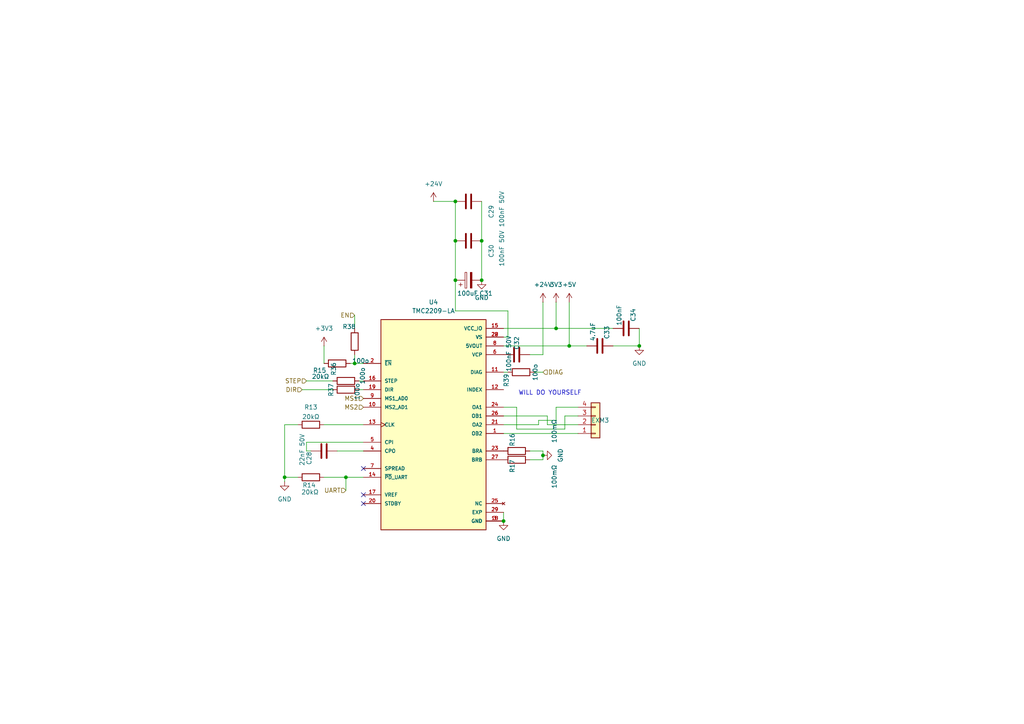
<source format=kicad_sch>
(kicad_sch (version 20250114) (generator "eeschema") (generator_version "9.0")
  (paper "A4")
  (lib_symbols
    (symbol "+3V3_1" (power) (pin_numbers (hide yes)) (pin_names (offset 0) (hide yes))
      (property "Value" "+3V3" (at 0 3.556 0))
      (symbol "+3V3_1_0_1"
        (polyline (pts (xy -0.762 1.27) (xy 0 2.54)))
        (polyline (pts (xy 0 2.54) (xy 0.762 1.27)))
        (polyline (pts (xy 0 0) (xy 0 2.54)))
      )
      (symbol "+3V3_1_1_1"
        (pin power_in line (at 0 0 90) (length 0) (name "~") (number "1"))
      )
    )
    (symbol "Connector_Generic:Conn_01x04" (pin_names (offset 1.016) (hide yes))
      (property "Reference" "J" (at 0 5.08 0))
      (property "Value" "Conn_01x04" (at 0 -7.62 0))
      (symbol "Conn_01x04_1_1"
        (rectangle (start -1.27 3.81) (end 1.27 -6.35) (stroke (width 0.254)) (fill (type background)))
        (rectangle (start -1.27 2.667) (end 0 2.413) (stroke (width 0.1524)))
        (rectangle (start -1.27 0.127) (end 0 -0.127) (stroke (width 0.1524)))
        (rectangle (start -1.27 -2.413) (end 0 -2.667) (stroke (width 0.1524)))
        (rectangle (start -1.27 -4.953) (end 0 -5.207) (stroke (width 0.1524)))
        (pin passive line (at -5.08 2.54 0) (length 3.81) (name "Pin_1") (number "1"))
        (pin passive line (at -5.08 0 0) (length 3.81) (name "Pin_2") (number "2"))
        (pin passive line (at -5.08 -2.54 0) (length 3.81) (name "Pin_3") (number "3"))
        (pin passive line (at -5.08 -5.08 0) (length 3.81) (name "Pin_4") (number "4"))
      )
    )
    (symbol "Device:C" (pin_numbers (hide yes)) (pin_names (offset 0.254))
      (property "Reference" "C" (at 0.635 2.54 0))
      (property "Value" "C" (at 0.635 -2.54 0))
      (symbol "C_0_1"
        (polyline (pts (xy -2.032 0.762) (xy 2.032 0.762)) (stroke (width 0.508)))
        (polyline (pts (xy -2.032 -0.762) (xy 2.032 -0.762)) (stroke (width 0.508)))
      )
      (symbol "C_1_1"
        (pin passive line (at 0 3.81 270) (length 2.794) (name "~") (number "1"))
        (pin passive line (at 0 -3.81 90) (length 2.794) (name "~") (number "2"))
      )
    )
    (symbol "Device:C_Polarized" (pin_numbers (hide yes)) (pin_names (offset 0.254))
      (property "Reference" "C" (at 0.635 2.54 0))
      (property "Value" "C_Polarized" (at 0.635 -2.54 0))
      (symbol "C_Polarized_0_1"
        (rectangle (start -2.286 0.508) (end 2.286 1.016))
        (polyline (pts (xy -1.778 2.286) (xy -0.762 2.286)))
        (polyline (pts (xy -1.27 2.794) (xy -1.27 1.778)))
        (rectangle (start 2.286 -0.508) (end -2.286 -1.016) (fill (type outline)))
      )
      (symbol "C_Polarized_1_1"
        (pin passive line (at 0 3.81 270) (length 2.794) (name "~") (number "1"))
        (pin passive line (at 0 -3.81 90) (length 2.794) (name "~") (number "2"))
      )
    )
    (symbol "Device:R" (pin_numbers (hide yes)) (pin_names (offset 0))
      (property "Reference" "R" (at 2.032 0 90))
      (property "Value" "R" (at 0 0 90))
      (symbol "R_0_1"
        (rectangle (start -1.016 -2.54) (end 1.016 2.54) (stroke (width 0.254)))
      )
      (symbol "R_1_1"
        (pin passive line (at 0 3.81 270) (length 1.27) (name "~") (number "1"))
        (pin passive line (at 0 -3.81 90) (length 1.27) (name "~") (number "2"))
      )
    )
    (symbol "GND_2" (power) (pin_numbers (hide yes)) (pin_names (offset 0) (hide yes))
      (property "Value" "GND" (at 0 -3.81 0))
      (symbol "GND_2_0_1"
        (polyline (pts (xy 0 0) (xy 0 -1.27) (xy 1.27 -1.27) (xy 0 -2.54) (xy -1.27 -1.27) (xy 0 -1.27)))
      )
      (symbol "GND_2_1_1"
        (pin power_in line (at 0 0 270) (length 0) (name "~") (number "1"))
      )
    )
    (symbol "GND_4" (power) (pin_numbers (hide yes)) (pin_names (offset 0) (hide yes))
      (property "Value" "GND" (at 0 -3.81 0))
      (symbol "GND_4_0_1"
        (polyline (pts (xy 0 0) (xy 0 -1.27) (xy 1.27 -1.27) (xy 0 -2.54) (xy -1.27 -1.27) (xy 0 -1.27)))
      )
      (symbol "GND_4_1_1"
        (pin power_in line (at 0 0 270) (length 0) (name "~") (number "1"))
      )
    )
    (symbol "GND_5" (power) (pin_numbers (hide yes)) (pin_names (offset 0) (hide yes))
      (property "Value" "GND" (at 0 -3.81 0))
      (symbol "GND_5_0_1"
        (polyline (pts (xy 0 0) (xy 0 -1.27) (xy 1.27 -1.27) (xy 0 -2.54) (xy -1.27 -1.27) (xy 0 -1.27)))
      )
      (symbol "GND_5_1_1"
        (pin power_in line (at 0 0 270) (length 0) (name "~") (number "1"))
      )
    )
    (symbol "GND_6" (power) (pin_numbers (hide yes)) (pin_names (offset 0) (hide yes))
      (property "Value" "GND" (at 0 -3.81 0))
      (symbol "GND_6_0_1"
        (polyline (pts (xy 0 0) (xy 0 -1.27) (xy 1.27 -1.27) (xy 0 -2.54) (xy -1.27 -1.27) (xy 0 -1.27)))
      )
      (symbol "GND_6_1_1"
        (pin power_in line (at 0 0 270) (length 0) (name "~") (number "1"))
      )
    )
    (symbol "GND_7" (power) (pin_numbers (hide yes)) (pin_names (offset 0) (hide yes))
      (property "Value" "GND" (at 0 -3.81 0))
      (symbol "GND_7_0_1"
        (polyline (pts (xy 0 0) (xy 0 -1.27) (xy 1.27 -1.27) (xy 0 -2.54) (xy -1.27 -1.27) (xy 0 -1.27)))
      )
      (symbol "GND_7_1_1"
        (pin power_in line (at 0 0 270) (length 0) (name "~") (number "1"))
      )
    )
    (symbol "TMC2209-LA:TMC2209-LA" (pin_names (offset 1.016))
      (property "Reference" "U" (at -15.24 30.48 0))
      (property "Value" "TMC2209-LA" (at -15.24 -33.02 0))
      (symbol "TMC2209-LA_0_0"
        (rectangle (start -15.24 -30.48) (end 15.24 30.48) (stroke (width 0.254)) (fill (type background)))
        (pin input line (at -20.32 17.78 0) (length 5.08) (name "~{EN}") (number "2"))
        (pin input line (at -20.32 12.7 0) (length 5.08) (name "STEP") (number "16"))
        (pin input line (at -20.32 10.16 0) (length 5.08) (name "DIR") (number "19"))
        (pin input line (at -20.32 7.62 0) (length 5.08) (name "MS1_AD0") (number "9"))
        (pin input line (at -20.32 5.08 0) (length 5.08) (name "MS2_AD1") (number "10"))
        (pin input clock (at -20.32 0 0) (length 5.08) (name "CLK") (number "13"))
        (pin input line (at -20.32 -5.08 0) (length 5.08) (name "CPI") (number "5"))
        (pin output line (at -20.32 -7.62 0) (length 5.08) (name "CPO") (number "4"))
        (pin input line (at -20.32 -12.7 0) (length 5.08) (name "SPREAD") (number "7"))
        (pin bidirectional line (at -20.32 -15.24 0) (length 5.08) (name "~{PD}_UART") (number "14"))
        (pin input line (at -20.32 -20.32 0) (length 5.08) (name "VREF") (number "17"))
        (pin input line (at -20.32 -22.86 0) (length 5.08) (name "STDBY") (number "20"))
        (pin power_in line (at 20.32 27.94 180) (length 5.08) (name "VCC_IO") (number "15"))
        (pin power_in line (at 20.32 25.4 180) (length 5.08) (name "VS") (number "22"))
        (pin power_in line (at 20.32 25.4 180) (length 5.08) (name "VS") (number "28"))
        (pin power_in line (at 20.32 22.86 180) (length 5.08) (name "5VOUT") (number "8"))
        (pin power_in line (at 20.32 20.32 180) (length 5.08) (name "VCP") (number "6"))
        (pin output line (at 20.32 15.24 180) (length 5.08) (name "DIAG") (number "11"))
        (pin output line (at 20.32 10.16 180) (length 5.08) (name "INDEX") (number "12"))
        (pin output line (at 20.32 5.08 180) (length 5.08) (name "OA1") (number "24"))
        (pin output line (at 20.32 2.54 180) (length 5.08) (name "OB1") (number "26"))
        (pin output line (at 20.32 0 180) (length 5.08) (name "OA2") (number "21"))
        (pin output line (at 20.32 -2.54 180) (length 5.08) (name "OB2") (number "1"))
        (pin bidirectional line (at 20.32 -7.62 180) (length 5.08) (name "BRA") (number "23"))
        (pin bidirectional line (at 20.32 -10.16 180) (length 5.08) (name "BRB") (number "27"))
        (pin no_connect line (at 20.32 -22.86 180) (length 5.08) (name "NC") (number "25"))
        (pin power_in line (at 20.32 -25.4 180) (length 5.08) (name "EXP") (number "29"))
        (pin power_in line (at 20.32 -27.94 180) (length 5.08) (name "GND") (number "18"))
        (pin power_in line (at 20.32 -27.94 180) (length 5.08) (name "GND") (number "3"))
      )
    )
    (symbol "power:+24V" (power) (pin_numbers (hide yes)) (pin_names (offset 0) (hide yes))
      (property "Value" "+24V" (at 0 3.556 0))
      (symbol "+24V_0_1"
        (polyline (pts (xy -0.762 1.27) (xy 0 2.54)))
        (polyline (pts (xy 0 2.54) (xy 0.762 1.27)))
        (polyline (pts (xy 0 0) (xy 0 2.54)))
      )
      (symbol "+24V_1_1"
        (pin power_in line (at 0 0 90) (length 0) (name "~") (number "1"))
      )
    )
    (symbol "power:+5V" (power) (pin_numbers (hide yes)) (pin_names (offset 0) (hide yes))
      (property "Value" "+5V" (at 0 3.556 0))
      (symbol "+5V_0_1"
        (polyline (pts (xy -0.762 1.27) (xy 0 2.54)))
        (polyline (pts (xy 0 2.54) (xy 0.762 1.27)))
        (polyline (pts (xy 0 0) (xy 0 2.54)))
      )
      (symbol "+5V_1_1"
        (pin power_in line (at 0 0 90) (length 0) (name "~") (number "1"))
      )
    )
  )
  (text "WILL DO YOURSELF" (at 159.512 114.046 0) (effects (font (size 1.27 1.27))))
  (junction (at 139.7 69.85))
  (junction (at 146.05 151.13))
  (junction (at 157.48 132.08))
  (junction (at 132.08 69.85))
  (junction (at 132.08 58.42))
  (junction (at 132.08 81.28))
  (junction (at 139.7 81.28))
  (junction (at 185.42 100.33))
  (junction (at 161.29 95.25))
  (junction (at 165.1 100.33))
  (junction (at 102.87 105.41))
  (junction (at 100.33 138.43))
  (junction (at 82.55 138.43))
  (no_connect (at 105.41 143.51))
  (no_connect (at 105.41 146.05))
  (no_connect (at 105.41 135.89))
  (wire (pts (xy 153.67 130.81) (xy 157.48 130.81)))
  (wire (pts (xy 132.08 90.17) (xy 132.08 81.28)))
  (wire (pts (xy 147.32 97.79) (xy 147.32 90.17)))
  (wire (pts (xy 149.86 118.11) (xy 149.86 124.46)))
  (wire (pts (xy 165.1 87.63) (xy 165.1 100.33)))
  (wire (pts (xy 158.75 123.19) (xy 167.64 123.19)))
  (wire (pts (xy 88.9 130.81) (xy 90.17 130.81)))
  (wire (pts (xy 104.14 110.49) (xy 105.41 110.49)))
  (wire (pts (xy 147.32 107.95) (xy 146.05 107.95)))
  (wire (pts (xy 158.75 120.65) (xy 158.75 123.19)))
  (wire (pts (xy 154.94 107.95) (xy 157.48 107.95)))
  (wire (pts (xy 102.87 102.87) (xy 102.87 105.41)))
  (wire (pts (xy 161.29 121.92) (xy 161.29 118.11)))
  (wire (pts (xy 157.48 130.81) (xy 157.48 132.08)))
  (wire (pts (xy 163.83 124.46) (xy 163.83 120.65)))
  (wire (pts (xy 157.48 87.63) (xy 157.48 102.87)))
  (wire (pts (xy 87.63 113.03) (xy 96.52 113.03)))
  (wire (pts (xy 93.98 100.33) (xy 93.98 105.41)))
  (wire (pts (xy 102.87 91.44) (xy 102.87 95.25)))
  (wire (pts (xy 157.48 133.35) (xy 153.67 133.35)))
  (wire (pts (xy 82.55 123.19) (xy 82.55 138.43)))
  (wire (pts (xy 132.08 58.42) (xy 132.08 69.85)))
  (wire (pts (xy 146.05 148.59) (xy 146.05 151.13)))
  (wire (pts (xy 146.05 125.73) (xy 167.64 125.73)))
  (wire (pts (xy 139.7 69.85) (xy 139.7 81.28)))
  (wire (pts (xy 157.48 102.87) (xy 153.67 102.87)))
  (wire (pts (xy 146.05 123.19) (xy 156.21 123.19)))
  (wire (pts (xy 146.05 100.33) (xy 165.1 100.33)))
  (wire (pts (xy 163.83 120.65) (xy 167.64 120.65)))
  (wire (pts (xy 100.33 138.43) (xy 105.41 138.43)))
  (wire (pts (xy 156.21 123.19) (xy 156.21 121.92)))
  (wire (pts (xy 149.86 124.46) (xy 163.83 124.46)))
  (wire (pts (xy 93.98 138.43) (xy 100.33 138.43)))
  (wire (pts (xy 88.9 110.49) (xy 96.52 110.49)))
  (wire (pts (xy 161.29 95.25) (xy 146.05 95.25)))
  (wire (pts (xy 93.98 123.19) (xy 105.41 123.19)))
  (wire (pts (xy 88.9 128.27) (xy 88.9 130.81)))
  (wire (pts (xy 82.55 138.43) (xy 82.55 139.7)))
  (wire (pts (xy 149.86 118.11) (xy 146.05 118.11)))
  (wire (pts (xy 97.79 130.81) (xy 105.41 130.81)))
  (wire (pts (xy 177.8 95.25) (xy 161.29 95.25)))
  (wire (pts (xy 102.87 105.41) (xy 105.41 105.41)))
  (wire (pts (xy 156.21 121.92) (xy 161.29 121.92)))
  (wire (pts (xy 82.55 138.43) (xy 86.36 138.43)))
  (wire (pts (xy 165.1 100.33) (xy 170.18 100.33)))
  (wire (pts (xy 185.42 95.25) (xy 185.42 100.33)))
  (wire (pts (xy 101.6 105.41) (xy 102.87 105.41)))
  (wire (pts (xy 147.32 90.17) (xy 132.08 90.17)))
  (wire (pts (xy 161.29 118.11) (xy 167.64 118.11)))
  (wire (pts (xy 105.41 128.27) (xy 88.9 128.27)))
  (wire (pts (xy 177.8 100.33) (xy 185.42 100.33)))
  (wire (pts (xy 161.29 87.63) (xy 161.29 95.25)))
  (wire (pts (xy 104.14 113.03) (xy 105.41 113.03)))
  (wire (pts (xy 139.7 58.42) (xy 139.7 69.85)))
  (wire (pts (xy 132.08 69.85) (xy 132.08 81.28)))
  (wire (pts (xy 146.05 97.79) (xy 147.32 97.79)))
  (wire (pts (xy 100.33 138.43) (xy 100.33 142.24)))
  (wire (pts (xy 125.73 58.42) (xy 132.08 58.42)))
  (wire (pts (xy 146.05 120.65) (xy 158.75 120.65)))
  (wire (pts (xy 86.36 123.19) (xy 82.55 123.19)))
  (wire (pts (xy 157.48 132.08) (xy 157.48 133.35)))
  (hierarchical_label "MS1" (shape input) (at 105.41 115.57 180))
  (hierarchical_label "DIR" (shape input) (at 87.63 113.03 180))
  (hierarchical_label "STEP" (shape input) (at 88.9 110.49 180))
  (hierarchical_label "DIAG" (shape input) (at 157.48 107.95 0))
  (hierarchical_label "UART" (shape input) (at 100.33 142.24 180))
  (hierarchical_label "MS2" (shape input) (at 105.41 118.11 180))
  (hierarchical_label "EN" (shape input) (at 102.87 91.44 180))
  (symbol (lib_id "Device:C_Polarized") (at 135.89 81.28 90) (unit 1)
    (property "Reference" "C25" (at 140.97 85.09 90))
    (property "Value" "100uF" (at 135.636 85.09 90))
    (property "Footprint" "Capacitor_SMD:CP_Elec_8x10" (effects (hide yes)))
    (property "Description" "Polarized capacitor" (effects (hide yes)))
    (instances (project "A1_MB_V2" (path "" (reference "C31") (unit 1)) (path "" (reference "C45") (unit 1)) (path "" (reference "C25") (unit 1)) (path "" (reference "C38") (unit 1))))
  )
  (symbol (lib_id "Device:R") (at 149.86 130.81 90) (unit 1)
    (property "Reference" "R8" (at 148.59 129.54 0) (effects (justify left)))
    (property "Value" "100mΩ" (at 160.782 128.524 0) (effects (justify left)))
    (property "Footprint" "Resistor_SMD:R_1206_3216Metric" (effects (hide yes)))
    (property "Description" "Resistor" (effects (hide yes)))
    (instances (project "A1_MB_V2" (path "" (reference "R16") (unit 1)) (path "" (reference "R26") (unit 1)) (path "" (reference "R8") (unit 1)) (path "" (reference "R21") (unit 1))))
  )
  (symbol (lib_id "Device:R") (at 151.13 107.95 90) (unit 1)
    (property "Reference" "R35" (at 146.8634 112.2804 0) (effects (justify left)))
    (property "Value" "100o" (at 155.2454 110.5024 0) (effects (justify left)))
    (property "Footprint" "Resistor_SMD:R_0402_1005Metric" (effects (hide yes)))
    (property "Description" "Resistor" (effects (hide yes)))
    (instances (project "A1_MB_V2" (path "" (reference "R39") (unit 1)) (path "" (reference "R47") (unit 1)) (path "" (reference "R35") (unit 1)) (path "" (reference "R43") (unit 1))))
  )
  (symbol (lib_id "Device:R") (at 90.17 123.19 90) (unit 1)
    (property "Reference" "R11" (at 90.17 118.11 90))
    (property "Value" "20kΩ" (at 90.17 120.904 90))
    (property "Footprint" "Resistor_SMD:R_0402_1005Metric" (effects (hide yes)))
    (property "Description" "Resistor" (effects (hide yes)))
    (instances (project "A1_MB_V2" (path "" (reference "R13") (unit 1)) (path "" (reference "R23") (unit 1)) (path "" (reference "R11") (unit 1)) (path "" (reference "R18") (unit 1))))
  )
  (symbol (lib_id "power:+24V") (at 125.73 58.42 0) (unit 1)
    (property "Reference" "#PWR047" (effects (hide yes)))
    (property "Value" "+24V" (at 125.73 53.34 0))
    (property "Description" "Power symbol creates a global label with name \"+24V\"" (effects (hide yes)))
    (instances (project "A1_MB_V2" (path "" (reference "#PWR051") (unit 1)) (path "" (reference "#PWR070") (unit 1)) (path "" (reference "#PWR047") (unit 1)) (path "" (reference "#PWR060") (unit 1))))
  )
  (symbol (lib_name "GND_2") (lib_id "power:GND") (at 157.48 132.08 90) (unit 1)
    (property "Reference" "#PWR038" (effects (hide yes)))
    (property "Value" "GND" (at 162.56 132.08 0))
    (property "Description" "Power symbol creates a global label with name \"GND\" , ground" (effects (hide yes)))
    (instances (project "A1_MB_V2" (path "" (reference "#PWR039") (unit 1)) (path "" (reference "#PWR074") (unit 1)) (path "" (reference "#PWR038") (unit 1)) (path "" (reference "#PWR064") (unit 1))))
  )
  (symbol (lib_name "GND_5") (lib_id "power:GND") (at 185.42 100.33 0) (unit 1)
    (property "Reference" "#PWR044" (effects (hide yes)))
    (property "Value" "GND" (at 185.42 105.41 0))
    (property "Description" "Power symbol creates a global label with name \"GND\" , ground" (effects (hide yes)))
    (instances (project "A1_MB_V2" (path "" (reference "#PWR057") (unit 1)) (path "" (reference "#PWR077") (unit 1)) (path "" (reference "#PWR044") (unit 1)) (path "" (reference "#PWR067") (unit 1))))
  )
  (symbol (lib_id "power:+24V") (at 157.48 87.63 0) (unit 1)
    (property "Reference" "#PWR045" (effects (hide yes)))
    (property "Value" "+24V" (at 157.48 82.55 0))
    (property "Description" "Power symbol creates a global label with name \"+24V\"" (effects (hide yes)))
    (instances (project "A1_MB_V2" (path "" (reference "#PWR054") (unit 1)) (path "" (reference "#PWR073") (unit 1)) (path "" (reference "#PWR045") (unit 1)) (path "" (reference "#PWR063") (unit 1))))
  )
  (symbol (lib_name "+3V3_1") (lib_id "power:+3V3") (at 93.98 100.33 0) (unit 1)
    (property "Reference" "#PWR041" (effects (hide yes)))
    (property "Value" "+3V3" (at 93.98 95.25 0))
    (property "Description" "Power symbol creates a global label with name \"+3V3\"" (effects (hide yes)))
    (instances (project "A1_MB_V2" (path "" (reference "#PWR050") (unit 1)) (path "" (reference "#PWR069") (unit 1)) (path "" (reference "#PWR041") (unit 1)) (path "" (reference "#PWR059") (unit 1))))
  )
  (symbol (lib_id "Device:C") (at 173.99 100.33 270) (unit 1)
    (property "Reference" "C23" (at 176.022 94.488 0) (effects (justify left)))
    (property "Value" "4.7uF" (at 171.958 93.472 0) (effects (justify left)))
    (property "Footprint" "Capacitor_SMD:C_0603_1608Metric" (effects (hide yes)))
    (property "Description" "Unpolarized capacitor" (effects (hide yes)))
    (instances (project "A1_MB_V2" (path "" (reference "C33") (unit 1)) (path "" (reference "C47") (unit 1)) (path "" (reference "C23") (unit 1)) (path "" (reference "C40") (unit 1))))
  )
  (symbol (lib_id "Device:C") (at 181.61 95.25 270) (unit 1)
    (property "Reference" "C22" (at 183.642 89.408 0) (effects (justify left)))
    (property "Value" "100nF" (at 179.578 88.392 0) (effects (justify left)))
    (property "Footprint" "Capacitor_SMD:C_0402_1005Metric" (effects (hide yes)))
    (property "Description" "Unpolarized capacitor" (effects (hide yes)))
    (instances (project "A1_MB_V2" (path "" (reference "C34") (unit 1)) (path "" (reference "C48") (unit 1)) (path "" (reference "C22") (unit 1)) (path "" (reference "C41") (unit 1))))
  )
  (symbol (lib_name "GND_7") (lib_id "power:GND") (at 139.7 81.28 0) (unit 1)
    (property "Reference" "#PWR048" (effects (hide yes)))
    (property "Value" "GND" (at 139.7 86.36 0))
    (property "Description" "Power symbol creates a global label with name \"GND\" , ground" (effects (hide yes)))
    (instances (project "A1_MB_V2" (path "" (reference "#PWR052") (unit 1)) (path "" (reference "#PWR071") (unit 1)) (path "" (reference "#PWR048") (unit 1)) (path "" (reference "#PWR061") (unit 1))))
  )
  (symbol (lib_id "Connector_Generic:Conn_01x04") (at 172.72 123.19 0) (mirror x) (unit 1) (in_bom no)
    (property "Reference" "EXM2" (at 171.45 121.92 0) (effects (justify left)))
    (property "Value" "Conn_01x04" (effects (hide yes)))
    (property "Footprint" "Connector_JST:JST_XH_B4B-XH-A_1x04_P2.50mm_Vertical" (effects (hide yes)))
    (instances (project "A1_MB_V2" (path "" (reference "EXM3") (unit 1)) (path "" (reference "EXM5") (unit 1)) (path "" (reference "EXM2") (unit 1)) (path "" (reference "EXM4") (unit 1))))
  )
  (symbol (lib_id "Device:C") (at 135.89 58.42 270) (unit 1)
    (property "Reference" "C27" (at 142.494 59.436 0) (effects (justify left)))
    (property "Value" "100nF 50V" (at 145.542 55.372 0) (effects (justify left)))
    (property "Footprint" "Capacitor_SMD:C_0603_1608Metric" (effects (hide yes)))
    (property "Description" "Unpolarized capacitor" (effects (hide yes)))
    (instances (project "A1_MB_V2" (path "" (reference "C29") (unit 1)) (path "" (reference "C43") (unit 1)) (path "" (reference "C27") (unit 1)) (path "" (reference "C36") (unit 1))))
  )
  (symbol (lib_id "Device:C") (at 135.89 69.85 270) (unit 1)
    (property "Reference" "C26" (at 142.494 70.866 0) (effects (justify left)))
    (property "Value" "100nF 50V" (at 145.542 66.802 0) (effects (justify left)))
    (property "Footprint" "Capacitor_SMD:C_0603_1608Metric" (effects (hide yes)))
    (property "Description" "Unpolarized capacitor" (effects (hide yes)))
    (instances (project "A1_MB_V2" (path "" (reference "C30") (unit 1)) (path "" (reference "C44") (unit 1)) (path "" (reference "C26") (unit 1)) (path "" (reference "C37") (unit 1))))
  )
  (symbol (lib_id "Device:C") (at 149.86 102.87 270) (unit 1)
    (property "Reference" "C24" (at 149.86 97.536 0) (effects (justify left)))
    (property "Value" "100nF 50V" (at 147.574 97.282 0) (effects (justify left)))
    (property "Footprint" "Capacitor_SMD:C_0603_1608Metric" (effects (hide yes)))
    (property "Description" "Unpolarized capacitor" (effects (hide yes)))
    (instances (project "A1_MB_V2" (path "" (reference "C32") (unit 1)) (path "" (reference "C46") (unit 1)) (path "" (reference "C24") (unit 1)) (path "" (reference "C39") (unit 1))))
  )
  (symbol (lib_id "Device:R") (at 97.79 105.41 90) (unit 1)
    (property "Reference" "R12" (at 92.71 107.442 90))
    (property "Value" "20kΩ" (at 92.964 109.22 90))
    (property "Footprint" "Resistor_SMD:R_0402_1005Metric" (effects (hide yes)))
    (property "Description" "Resistor" (effects (hide yes)))
    (instances (project "A1_MB_V2" (path "" (reference "R15") (unit 1)) (path "" (reference "R25") (unit 1)) (path "" (reference "R12") (unit 1)) (path "" (reference "R20") (unit 1))))
  )
  (symbol (lib_id "Device:R") (at 90.17 138.43 90) (unit 1)
    (property "Reference" "R10" (at 89.662 140.716 90))
    (property "Value" "20kΩ" (at 89.916 142.748 90))
    (property "Footprint" "Resistor_SMD:R_0402_1005Metric" (effects (hide yes)))
    (property "Description" "Resistor" (effects (hide yes)))
    (instances (project "A1_MB_V2" (path "" (reference "R14") (unit 1)) (path "" (reference "R24") (unit 1)) (path "" (reference "R10") (unit 1)) (path "" (reference "R19") (unit 1))))
  )
  (symbol (lib_id "Device:R") (at 100.33 113.03 90) (unit 1)
    (property "Reference" "R33" (at 96.012 115.062 0) (effects (justify left)))
    (property "Value" "100o" (at 103.632 116.078 0) (effects (justify left)))
    (property "Footprint" "Resistor_SMD:R_0402_1005Metric" (effects (hide yes)))
    (property "Description" "Resistor" (effects (hide yes)))
    (instances (project "A1_MB_V2" (path "" (reference "R37") (unit 1)) (path "" (reference "R45") (unit 1)) (path "" (reference "R33") (unit 1)) (path "" (reference "R41") (unit 1))))
  )
  (symbol (lib_id "Device:R") (at 102.87 99.06 0) (unit 1)
    (property "Reference" "R34" (at 99.314 94.742 0) (effects (justify left)))
    (property "Value" "100o" (at 102.108 104.648 0) (effects (justify left)))
    (property "Footprint" "Resistor_SMD:R_0402_1005Metric" (effects (hide yes)))
    (property "Description" "Resistor" (effects (hide yes)))
    (instances (project "A1_MB_V2" (path "" (reference "R38") (unit 1)) (path "" (reference "R46") (unit 1)) (path "" (reference "R34") (unit 1)) (path "" (reference "R42") (unit 1))))
  )
  (symbol (lib_id "Device:R") (at 100.33 110.49 90) (unit 1)
    (property "Reference" "R32" (at 96.774 108.966 0) (effects (justify left)))
    (property "Value" "100o" (at 105.156 111.506 0) (effects (justify left)))
    (property "Footprint" "Resistor_SMD:R_0402_1005Metric" (effects (hide yes)))
    (property "Description" "Resistor" (effects (hide yes)))
    (instances (project "A1_MB_V2" (path "" (reference "R36") (unit 1)) (path "" (reference "R44") (unit 1)) (path "" (reference "R32") (unit 1)) (path "" (reference "R40") (unit 1))))
  )
  (symbol (lib_id "TMC2209-LA:TMC2209-LA") (at 125.73 123.19 0) (unit 1)
    (property "Reference" "U3" (at 125.73 87.63 0))
    (property "Value" "TMC2209-LA" (at 125.73 90.17 0))
    (property "Footprint" "A1_MB_V2:TMC2209-LA" (effects (hide yes)))
    (property "MF" "Analog Devices" (effects (hide yes)))
    (property "MAXIMUM_PACKAGE_HEIGHT" "0.90mm" (effects (hide yes)))
    (property "Package" "None" (effects (hide yes)))
    (property "Price" "None" (effects (hide yes)))
    (property "Check_prices" "https://www.snapeda.com/parts/TMC2209-LA/Analog+Devices/view-part/?ref=eda" (effects (hide yes)))
    (property "STANDARD" "IPC-7351B" (effects (hide yes)))
    (property "PARTREV" "1.08" (effects (hide yes)))
    (property "SnapEDA_Link" "https://www.snapeda.com/parts/TMC2209-LA/Analog+Devices/view-part/?ref=snap" (effects (hide yes)))
    (property "MP" "TMC2209-LA" (effects (hide yes)))
    (property "Description_1" "Bipolar Motor Driver Power MOSFET Step/Direction, UART 28-QFN (5x5)" (effects (hide yes)))
    (property "MANUFACTURER" "Trinamic" (effects (hide yes)))
    (property "Availability" "In Stock" (effects (hide yes)))
    (property "SNAPEDA_PN" "TMC2209-LA" (effects (hide yes)))
    (instances (project "A1_MB_V2" (path "" (reference "U4") (unit 1)) (path "" (reference "U6") (unit 1)) (path "" (reference "U3") (unit 1)) (path "" (reference "U5") (unit 1))))
  )
  (symbol (lib_id "Device:R") (at 149.86 133.35 90) (unit 1)
    (property "Reference" "R9" (at 148.59 137.16 0) (effects (justify left)))
    (property "Value" "100mΩ" (at 160.782 141.732 0) (effects (justify left)))
    (property "Footprint" "Resistor_SMD:R_1206_3216Metric" (effects (hide yes)))
    (property "Description" "Resistor" (effects (hide yes)))
    (instances (project "A1_MB_V2" (path "" (reference "R17") (unit 1)) (path "" (reference "R27") (unit 1)) (path "" (reference "R9") (unit 1)) (path "" (reference "R22") (unit 1))))
  )
  (symbol (lib_id "power:+5V") (at 165.1 87.63 0) (unit 1)
    (property "Reference" "#PWR042" (effects (hide yes)))
    (property "Value" "+5V" (at 165.1 82.55 0))
    (property "Description" "Power symbol creates a global label with name \"+5V\"" (effects (hide yes)))
    (instances (project "A1_MB_V2" (path "" (reference "#PWR056") (unit 1)) (path "" (reference "#PWR076") (unit 1)) (path "" (reference "#PWR042") (unit 1)) (path "" (reference "#PWR066") (unit 1))))
  )
  (symbol (lib_name "GND_6") (lib_id "power:GND") (at 146.05 151.13 0) (unit 1)
    (property "Reference" "#PWR046" (effects (hide yes)))
    (property "Value" "GND" (at 146.05 156.21 0))
    (property "Description" "Power symbol creates a global label with name \"GND\" , ground" (effects (hide yes)))
    (instances (project "A1_MB_V2" (path "" (reference "#PWR053") (unit 1)) (path "" (reference "#PWR072") (unit 1)) (path "" (reference "#PWR046") (unit 1)) (path "" (reference "#PWR062") (unit 1))))
  )
  (symbol (lib_id "Device:C") (at 93.98 130.81 90) (unit 1)
    (property "Reference" "C21" (at 89.662 134.874 0) (effects (justify left)))
    (property "Value" "22nF 50V" (at 87.63 135.128 0) (effects (justify left)))
    (property "Footprint" "Capacitor_SMD:C_0603_1608Metric" (effects (hide yes)))
    (property "Description" "Unpolarized capacitor" (effects (hide yes)))
    (instances (project "A1_MB_V2" (path "" (reference "C28") (unit 1)) (path "" (reference "C42") (unit 1)) (path "" (reference "C21") (unit 1)) (path "" (reference "C35") (unit 1))))
  )
  (symbol (lib_name "GND_4") (lib_id "power:GND") (at 82.55 139.7 0) (unit 1)
    (property "Reference" "#PWR040" (effects (hide yes)))
    (property "Value" "GND" (at 82.55 144.78 0))
    (property "Description" "Power symbol creates a global label with name \"GND\" , ground" (effects (hide yes)))
    (instances (project "A1_MB_V2" (path "" (reference "#PWR049") (unit 1)) (path "" (reference "#PWR068") (unit 1)) (path "" (reference "#PWR040") (unit 1)) (path "" (reference "#PWR058") (unit 1))))
  )
  (symbol (lib_id "power:+5V") (at 161.29 87.63 0) (unit 1)
    (property "Reference" "#PWR043" (effects (hide yes)))
    (property "Value" "3V3" (at 161.29 82.55 0))
    (property "Description" "Power symbol creates a global label with name \"+5V\"" (effects (hide yes)))
    (instances (project "A1_MB_V2" (path "" (reference "#PWR055") (unit 1)) (path "" (reference "#PWR075") (unit 1)) (path "" (reference "#PWR043") (unit 1)) (path "" (reference "#PWR065") (unit 1))))
  )
)
</source>
